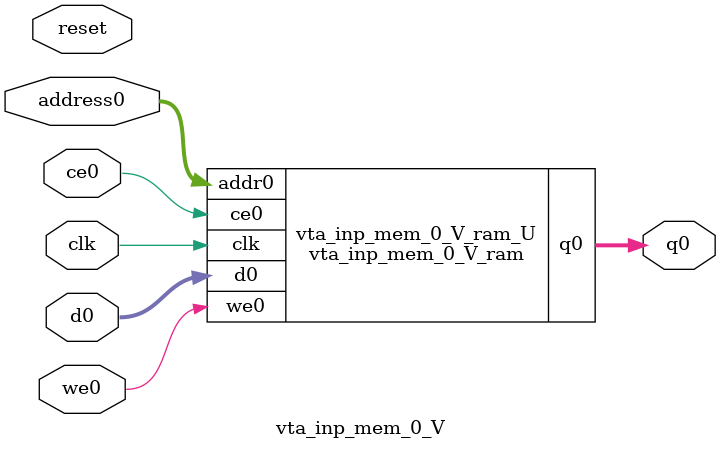
<source format=v>

`timescale 1 ns / 1 ps
module vta_inp_mem_0_V_ram (addr0, ce0, d0, we0, q0,  clk);

parameter DWIDTH = 128;
parameter AWIDTH = 11;
parameter MEM_SIZE = 2048;

input[AWIDTH-1:0] addr0;
input ce0;
input[DWIDTH-1:0] d0;
input we0;
output reg[DWIDTH-1:0] q0;
input clk;

(* ram_style = "block" *)reg [DWIDTH-1:0] ram[0:MEM_SIZE-1];




always @(posedge clk)  
begin 
    if (ce0) 
    begin
        if (we0) 
        begin 
            ram[addr0] <= d0; 
            q0 <= d0;
        end 
        else 
            q0 <= ram[addr0];
    end
end


endmodule


`timescale 1 ns / 1 ps
module vta_inp_mem_0_V(
    reset,
    clk,
    address0,
    ce0,
    we0,
    d0,
    q0);

parameter DataWidth = 32'd128;
parameter AddressRange = 32'd2048;
parameter AddressWidth = 32'd11;
input reset;
input clk;
input[AddressWidth - 1:0] address0;
input ce0;
input we0;
input[DataWidth - 1:0] d0;
output[DataWidth - 1:0] q0;



vta_inp_mem_0_V_ram vta_inp_mem_0_V_ram_U(
    .clk( clk ),
    .addr0( address0 ),
    .ce0( ce0 ),
    .d0( d0 ),
    .we0( we0 ),
    .q0( q0 ));

endmodule


</source>
